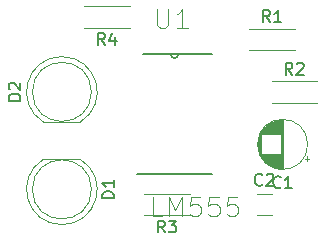
<source format=gbr>
G04 #@! TF.GenerationSoftware,KiCad,Pcbnew,(5.0.0-3-g5ebb6b6)*
G04 #@! TF.CreationDate,2018-11-04T21:38:41-05:00*
G04 #@! TF.ProjectId,555_Timer,3535355F54696D65722E6B696361645F,rev?*
G04 #@! TF.SameCoordinates,Original*
G04 #@! TF.FileFunction,Legend,Top*
G04 #@! TF.FilePolarity,Positive*
%FSLAX46Y46*%
G04 Gerber Fmt 4.6, Leading zero omitted, Abs format (unit mm)*
G04 Created by KiCad (PCBNEW (5.0.0-3-g5ebb6b6)) date Sunday, November 04, 2018 at 09:38:41 PM*
%MOMM*%
%LPD*%
G01*
G04 APERTURE LIST*
%ADD10C,0.120000*%
%ADD11C,0.152400*%
%ADD12C,0.150000*%
%ADD13C,0.050000*%
G04 APERTURE END LIST*
D10*
G04 #@! TO.C,C1*
X124945000Y-54610000D02*
G75*
G03X124945000Y-54610000I-2120000J0D01*
G01*
X122825000Y-56690000D02*
X122825000Y-52530000D01*
X122785000Y-56690000D02*
X122785000Y-52530000D01*
X122745000Y-56689000D02*
X122745000Y-52531000D01*
X122705000Y-56687000D02*
X122705000Y-52533000D01*
X122665000Y-56684000D02*
X122665000Y-52536000D01*
X122625000Y-56681000D02*
X122625000Y-55450000D01*
X122625000Y-53770000D02*
X122625000Y-52539000D01*
X122585000Y-56677000D02*
X122585000Y-55450000D01*
X122585000Y-53770000D02*
X122585000Y-52543000D01*
X122545000Y-56672000D02*
X122545000Y-55450000D01*
X122545000Y-53770000D02*
X122545000Y-52548000D01*
X122505000Y-56666000D02*
X122505000Y-55450000D01*
X122505000Y-53770000D02*
X122505000Y-52554000D01*
X122465000Y-56660000D02*
X122465000Y-55450000D01*
X122465000Y-53770000D02*
X122465000Y-52560000D01*
X122425000Y-56652000D02*
X122425000Y-55450000D01*
X122425000Y-53770000D02*
X122425000Y-52568000D01*
X122385000Y-56644000D02*
X122385000Y-55450000D01*
X122385000Y-53770000D02*
X122385000Y-52576000D01*
X122345000Y-56635000D02*
X122345000Y-55450000D01*
X122345000Y-53770000D02*
X122345000Y-52585000D01*
X122305000Y-56626000D02*
X122305000Y-55450000D01*
X122305000Y-53770000D02*
X122305000Y-52594000D01*
X122265000Y-56615000D02*
X122265000Y-55450000D01*
X122265000Y-53770000D02*
X122265000Y-52605000D01*
X122225000Y-56604000D02*
X122225000Y-55450000D01*
X122225000Y-53770000D02*
X122225000Y-52616000D01*
X122185000Y-56592000D02*
X122185000Y-55450000D01*
X122185000Y-53770000D02*
X122185000Y-52628000D01*
X122145000Y-56578000D02*
X122145000Y-55450000D01*
X122145000Y-53770000D02*
X122145000Y-52642000D01*
X122104000Y-56564000D02*
X122104000Y-55450000D01*
X122104000Y-53770000D02*
X122104000Y-52656000D01*
X122064000Y-56550000D02*
X122064000Y-55450000D01*
X122064000Y-53770000D02*
X122064000Y-52670000D01*
X122024000Y-56534000D02*
X122024000Y-55450000D01*
X122024000Y-53770000D02*
X122024000Y-52686000D01*
X121984000Y-56517000D02*
X121984000Y-55450000D01*
X121984000Y-53770000D02*
X121984000Y-52703000D01*
X121944000Y-56499000D02*
X121944000Y-55450000D01*
X121944000Y-53770000D02*
X121944000Y-52721000D01*
X121904000Y-56480000D02*
X121904000Y-55450000D01*
X121904000Y-53770000D02*
X121904000Y-52740000D01*
X121864000Y-56461000D02*
X121864000Y-55450000D01*
X121864000Y-53770000D02*
X121864000Y-52759000D01*
X121824000Y-56440000D02*
X121824000Y-55450000D01*
X121824000Y-53770000D02*
X121824000Y-52780000D01*
X121784000Y-56418000D02*
X121784000Y-55450000D01*
X121784000Y-53770000D02*
X121784000Y-52802000D01*
X121744000Y-56395000D02*
X121744000Y-55450000D01*
X121744000Y-53770000D02*
X121744000Y-52825000D01*
X121704000Y-56370000D02*
X121704000Y-55450000D01*
X121704000Y-53770000D02*
X121704000Y-52850000D01*
X121664000Y-56345000D02*
X121664000Y-55450000D01*
X121664000Y-53770000D02*
X121664000Y-52875000D01*
X121624000Y-56318000D02*
X121624000Y-55450000D01*
X121624000Y-53770000D02*
X121624000Y-52902000D01*
X121584000Y-56290000D02*
X121584000Y-55450000D01*
X121584000Y-53770000D02*
X121584000Y-52930000D01*
X121544000Y-56260000D02*
X121544000Y-55450000D01*
X121544000Y-53770000D02*
X121544000Y-52960000D01*
X121504000Y-56229000D02*
X121504000Y-55450000D01*
X121504000Y-53770000D02*
X121504000Y-52991000D01*
X121464000Y-56197000D02*
X121464000Y-55450000D01*
X121464000Y-53770000D02*
X121464000Y-53023000D01*
X121424000Y-56162000D02*
X121424000Y-55450000D01*
X121424000Y-53770000D02*
X121424000Y-53058000D01*
X121384000Y-56126000D02*
X121384000Y-55450000D01*
X121384000Y-53770000D02*
X121384000Y-53094000D01*
X121344000Y-56088000D02*
X121344000Y-55450000D01*
X121344000Y-53770000D02*
X121344000Y-53132000D01*
X121304000Y-56048000D02*
X121304000Y-55450000D01*
X121304000Y-53770000D02*
X121304000Y-53172000D01*
X121264000Y-56006000D02*
X121264000Y-55450000D01*
X121264000Y-53770000D02*
X121264000Y-53214000D01*
X121224000Y-55961000D02*
X121224000Y-55450000D01*
X121224000Y-53770000D02*
X121224000Y-53259000D01*
X121184000Y-55914000D02*
X121184000Y-55450000D01*
X121184000Y-53770000D02*
X121184000Y-53306000D01*
X121144000Y-55864000D02*
X121144000Y-55450000D01*
X121144000Y-53770000D02*
X121144000Y-53356000D01*
X121104000Y-55810000D02*
X121104000Y-55450000D01*
X121104000Y-53770000D02*
X121104000Y-53410000D01*
X121064000Y-55752000D02*
X121064000Y-55450000D01*
X121064000Y-53770000D02*
X121064000Y-53468000D01*
X121024000Y-55690000D02*
X121024000Y-55450000D01*
X121024000Y-53770000D02*
X121024000Y-53530000D01*
X120984000Y-55623000D02*
X120984000Y-53597000D01*
X120944000Y-55550000D02*
X120944000Y-53670000D01*
X120904000Y-55469000D02*
X120904000Y-53751000D01*
X120864000Y-55378000D02*
X120864000Y-53842000D01*
X120824000Y-55274000D02*
X120824000Y-53946000D01*
X120784000Y-55147000D02*
X120784000Y-54073000D01*
X120744000Y-54980000D02*
X120744000Y-54240000D01*
X125094801Y-55805000D02*
X124694801Y-55805000D01*
X124894801Y-56005000D02*
X124894801Y-55605000D01*
G04 #@! TO.C,C2*
X120636000Y-58770000D02*
X121894000Y-58770000D01*
X120636000Y-60610000D02*
X121894000Y-60610000D01*
G04 #@! TO.C,D1*
X104140462Y-61410000D02*
G75*
G02X102595170Y-55860000I-462J2990000D01*
G01*
X104139538Y-61410000D02*
G75*
G03X105684830Y-55860000I462J2990000D01*
G01*
X106640000Y-58420000D02*
G75*
G03X106640000Y-58420000I-2500000J0D01*
G01*
X105685000Y-55860000D02*
X102595000Y-55860000D01*
G04 #@! TO.C,D2*
X102595000Y-52725000D02*
X105685000Y-52725000D01*
X106640000Y-50165000D02*
G75*
G03X106640000Y-50165000I-2500000J0D01*
G01*
X104140462Y-47175000D02*
G75*
G03X102595170Y-52725000I-462J-2990000D01*
G01*
X104139538Y-47175000D02*
G75*
G02X105684830Y-52725000I462J-2990000D01*
G01*
G04 #@! TO.C,R1*
X120000000Y-46640000D02*
X123840000Y-46640000D01*
X120000000Y-44800000D02*
X123840000Y-44800000D01*
G04 #@! TO.C,R2*
X121905000Y-51085000D02*
X125745000Y-51085000D01*
X121905000Y-49245000D02*
X125745000Y-49245000D01*
G04 #@! TO.C,R3*
X114950000Y-60610000D02*
X111110000Y-60610000D01*
X114950000Y-58770000D02*
X111110000Y-58770000D01*
G04 #@! TO.C,R4*
X109870000Y-44735000D02*
X106030000Y-44735000D01*
X109870000Y-42895000D02*
X106030000Y-42895000D01*
D11*
G04 #@! TO.C,U1*
X110490000Y-57150000D02*
X116840000Y-57150000D01*
X116840000Y-46990000D02*
X113969800Y-46990000D01*
X113969800Y-46990000D02*
X113360200Y-46990000D01*
X113360200Y-46990000D02*
X110998000Y-46990000D01*
X113969800Y-46990000D02*
G75*
G02X113360200Y-46990000I-304800J0D01*
G01*
G04 #@! TO.C,C1*
D12*
X122658333Y-58217142D02*
X122610714Y-58264761D01*
X122467857Y-58312380D01*
X122372619Y-58312380D01*
X122229761Y-58264761D01*
X122134523Y-58169523D01*
X122086904Y-58074285D01*
X122039285Y-57883809D01*
X122039285Y-57740952D01*
X122086904Y-57550476D01*
X122134523Y-57455238D01*
X122229761Y-57360000D01*
X122372619Y-57312380D01*
X122467857Y-57312380D01*
X122610714Y-57360000D01*
X122658333Y-57407619D01*
X123610714Y-58312380D02*
X123039285Y-58312380D01*
X123325000Y-58312380D02*
X123325000Y-57312380D01*
X123229761Y-57455238D01*
X123134523Y-57550476D01*
X123039285Y-57598095D01*
G04 #@! TO.C,C2*
X121098333Y-57997142D02*
X121050714Y-58044761D01*
X120907857Y-58092380D01*
X120812619Y-58092380D01*
X120669761Y-58044761D01*
X120574523Y-57949523D01*
X120526904Y-57854285D01*
X120479285Y-57663809D01*
X120479285Y-57520952D01*
X120526904Y-57330476D01*
X120574523Y-57235238D01*
X120669761Y-57140000D01*
X120812619Y-57092380D01*
X120907857Y-57092380D01*
X121050714Y-57140000D01*
X121098333Y-57187619D01*
X121479285Y-57187619D02*
X121526904Y-57140000D01*
X121622142Y-57092380D01*
X121860238Y-57092380D01*
X121955476Y-57140000D01*
X122003095Y-57187619D01*
X122050714Y-57282857D01*
X122050714Y-57378095D01*
X122003095Y-57520952D01*
X121431666Y-58092380D01*
X122050714Y-58092380D01*
G04 #@! TO.C,D1*
X108552380Y-59158095D02*
X107552380Y-59158095D01*
X107552380Y-58920000D01*
X107600000Y-58777142D01*
X107695238Y-58681904D01*
X107790476Y-58634285D01*
X107980952Y-58586666D01*
X108123809Y-58586666D01*
X108314285Y-58634285D01*
X108409523Y-58681904D01*
X108504761Y-58777142D01*
X108552380Y-58920000D01*
X108552380Y-59158095D01*
X108552380Y-57634285D02*
X108552380Y-58205714D01*
X108552380Y-57920000D02*
X107552380Y-57920000D01*
X107695238Y-58015238D01*
X107790476Y-58110476D01*
X107838095Y-58205714D01*
G04 #@! TO.C,D2*
X100632380Y-50903095D02*
X99632380Y-50903095D01*
X99632380Y-50665000D01*
X99680000Y-50522142D01*
X99775238Y-50426904D01*
X99870476Y-50379285D01*
X100060952Y-50331666D01*
X100203809Y-50331666D01*
X100394285Y-50379285D01*
X100489523Y-50426904D01*
X100584761Y-50522142D01*
X100632380Y-50665000D01*
X100632380Y-50903095D01*
X99727619Y-49950714D02*
X99680000Y-49903095D01*
X99632380Y-49807857D01*
X99632380Y-49569761D01*
X99680000Y-49474523D01*
X99727619Y-49426904D01*
X99822857Y-49379285D01*
X99918095Y-49379285D01*
X100060952Y-49426904D01*
X100632380Y-49998333D01*
X100632380Y-49379285D01*
G04 #@! TO.C,R1*
X121753333Y-44252380D02*
X121420000Y-43776190D01*
X121181904Y-44252380D02*
X121181904Y-43252380D01*
X121562857Y-43252380D01*
X121658095Y-43300000D01*
X121705714Y-43347619D01*
X121753333Y-43442857D01*
X121753333Y-43585714D01*
X121705714Y-43680952D01*
X121658095Y-43728571D01*
X121562857Y-43776190D01*
X121181904Y-43776190D01*
X122705714Y-44252380D02*
X122134285Y-44252380D01*
X122420000Y-44252380D02*
X122420000Y-43252380D01*
X122324761Y-43395238D01*
X122229523Y-43490476D01*
X122134285Y-43538095D01*
G04 #@! TO.C,R2*
X123658333Y-48697380D02*
X123325000Y-48221190D01*
X123086904Y-48697380D02*
X123086904Y-47697380D01*
X123467857Y-47697380D01*
X123563095Y-47745000D01*
X123610714Y-47792619D01*
X123658333Y-47887857D01*
X123658333Y-48030714D01*
X123610714Y-48125952D01*
X123563095Y-48173571D01*
X123467857Y-48221190D01*
X123086904Y-48221190D01*
X124039285Y-47792619D02*
X124086904Y-47745000D01*
X124182142Y-47697380D01*
X124420238Y-47697380D01*
X124515476Y-47745000D01*
X124563095Y-47792619D01*
X124610714Y-47887857D01*
X124610714Y-47983095D01*
X124563095Y-48125952D01*
X123991666Y-48697380D01*
X124610714Y-48697380D01*
G04 #@! TO.C,R3*
X112863333Y-62062380D02*
X112530000Y-61586190D01*
X112291904Y-62062380D02*
X112291904Y-61062380D01*
X112672857Y-61062380D01*
X112768095Y-61110000D01*
X112815714Y-61157619D01*
X112863333Y-61252857D01*
X112863333Y-61395714D01*
X112815714Y-61490952D01*
X112768095Y-61538571D01*
X112672857Y-61586190D01*
X112291904Y-61586190D01*
X113196666Y-61062380D02*
X113815714Y-61062380D01*
X113482380Y-61443333D01*
X113625238Y-61443333D01*
X113720476Y-61490952D01*
X113768095Y-61538571D01*
X113815714Y-61633809D01*
X113815714Y-61871904D01*
X113768095Y-61967142D01*
X113720476Y-62014761D01*
X113625238Y-62062380D01*
X113339523Y-62062380D01*
X113244285Y-62014761D01*
X113196666Y-61967142D01*
G04 #@! TO.C,R4*
X107783333Y-46187380D02*
X107450000Y-45711190D01*
X107211904Y-46187380D02*
X107211904Y-45187380D01*
X107592857Y-45187380D01*
X107688095Y-45235000D01*
X107735714Y-45282619D01*
X107783333Y-45377857D01*
X107783333Y-45520714D01*
X107735714Y-45615952D01*
X107688095Y-45663571D01*
X107592857Y-45711190D01*
X107211904Y-45711190D01*
X108640476Y-45520714D02*
X108640476Y-46187380D01*
X108402380Y-45139761D02*
X108164285Y-45854047D01*
X108783333Y-45854047D01*
G04 #@! TO.C,U1*
D13*
X112211290Y-43143135D02*
X112211290Y-44471005D01*
X112289400Y-44627225D01*
X112367510Y-44705335D01*
X112523730Y-44783445D01*
X112836170Y-44783445D01*
X112992390Y-44705335D01*
X113070500Y-44627225D01*
X113148610Y-44471005D01*
X113148610Y-43143135D01*
X114788920Y-44783445D02*
X113851600Y-44783445D01*
X114320260Y-44783445D02*
X114320260Y-43143135D01*
X114164040Y-43377465D01*
X114007820Y-43533685D01*
X113851600Y-43611795D01*
X112639411Y-60666250D02*
X111857516Y-60666250D01*
X111857516Y-59024270D01*
X113186738Y-60666250D02*
X113186738Y-59024270D01*
X113734065Y-60197113D01*
X114281391Y-59024270D01*
X114281391Y-60666250D01*
X115845182Y-59024270D02*
X115063287Y-59024270D01*
X114985097Y-59806165D01*
X115063287Y-59727976D01*
X115219666Y-59649786D01*
X115610613Y-59649786D01*
X115766992Y-59727976D01*
X115845182Y-59806165D01*
X115923371Y-59962544D01*
X115923371Y-60353492D01*
X115845182Y-60509871D01*
X115766992Y-60588060D01*
X115610613Y-60666250D01*
X115219666Y-60666250D01*
X115063287Y-60588060D01*
X114985097Y-60509871D01*
X117408972Y-59024270D02*
X116627077Y-59024270D01*
X116548888Y-59806165D01*
X116627077Y-59727976D01*
X116783456Y-59649786D01*
X117174404Y-59649786D01*
X117330783Y-59727976D01*
X117408972Y-59806165D01*
X117487162Y-59962544D01*
X117487162Y-60353492D01*
X117408972Y-60509871D01*
X117330783Y-60588060D01*
X117174404Y-60666250D01*
X116783456Y-60666250D01*
X116627077Y-60588060D01*
X116548888Y-60509871D01*
X118972763Y-59024270D02*
X118190868Y-59024270D01*
X118112678Y-59806165D01*
X118190868Y-59727976D01*
X118347247Y-59649786D01*
X118738194Y-59649786D01*
X118894573Y-59727976D01*
X118972763Y-59806165D01*
X119050952Y-59962544D01*
X119050952Y-60353492D01*
X118972763Y-60509871D01*
X118894573Y-60588060D01*
X118738194Y-60666250D01*
X118347247Y-60666250D01*
X118190868Y-60588060D01*
X118112678Y-60509871D01*
G04 #@! TD*
M02*

</source>
